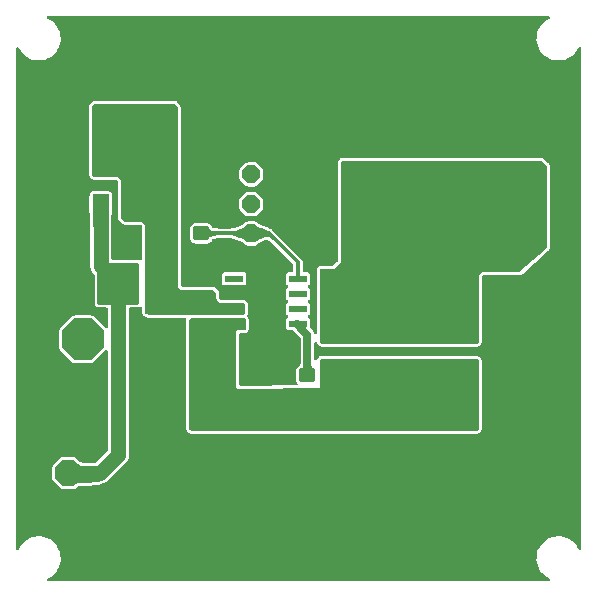
<source format=gbr>
%TF.GenerationSoftware,KiCad,Pcbnew,(6.0.2)*%
%TF.CreationDate,2022-08-10T10:43:00+08:00*%
%TF.ProjectId,TPS5430_Experiment,54505335-3433-4305-9f45-78706572696d,Sage Xiong*%
%TF.SameCoordinates,Original*%
%TF.FileFunction,Copper,L1,Top*%
%TF.FilePolarity,Positive*%
%FSLAX46Y46*%
G04 Gerber Fmt 4.6, Leading zero omitted, Abs format (unit mm)*
G04 Created by KiCad (PCBNEW (6.0.2)) date 2022-08-10 10:43:00*
%MOMM*%
%LPD*%
G01*
G04 APERTURE LIST*
G04 Aperture macros list*
%AMRoundRect*
0 Rectangle with rounded corners*
0 $1 Rounding radius*
0 $2 $3 $4 $5 $6 $7 $8 $9 X,Y pos of 4 corners*
0 Add a 4 corners polygon primitive as box body*
4,1,4,$2,$3,$4,$5,$6,$7,$8,$9,$2,$3,0*
0 Add four circle primitives for the rounded corners*
1,1,$1+$1,$2,$3*
1,1,$1+$1,$4,$5*
1,1,$1+$1,$6,$7*
1,1,$1+$1,$8,$9*
0 Add four rect primitives between the rounded corners*
20,1,$1+$1,$2,$3,$4,$5,0*
20,1,$1+$1,$4,$5,$6,$7,0*
20,1,$1+$1,$6,$7,$8,$9,0*
20,1,$1+$1,$8,$9,$2,$3,0*%
%AMFreePoly0*
4,1,21,0.304594,0.685355,0.685355,0.304595,0.685355,0.304594,0.700000,0.269239,0.700000,-0.269239,0.689644,-0.294239,0.685355,-0.304595,0.304594,-0.685355,0.269239,-0.700000,-0.269239,-0.700000,-0.294239,-0.689644,-0.304595,-0.685355,-0.685355,-0.304594,-0.700000,-0.269239,-0.700000,0.269239,-0.685355,0.304594,-0.304595,0.685355,-0.294239,0.689644,-0.269239,0.700000,0.269239,0.700000,
0.304594,0.685355,0.304594,0.685355,$1*%
%AMFreePoly1*
4,1,17,0.138909,0.285355,0.285355,0.138909,0.300000,0.103554,0.300000,-0.103554,0.285355,-0.138909,0.138909,-0.285355,0.103554,-0.300000,-0.103554,-0.300000,-0.138909,-0.285355,-0.285355,-0.138909,-0.300000,-0.103554,-0.300000,0.103554,-0.285355,0.138909,-0.138909,0.285355,-0.103554,0.300000,0.103554,0.300000,0.138909,0.285355,0.138909,0.285355,$1*%
%AMFreePoly2*
4,1,21,0.470280,1.085355,1.085355,0.470281,1.085355,0.470280,1.100000,0.434925,1.100000,-0.434925,1.089644,-0.459925,1.085355,-0.470281,0.470280,-1.085355,0.434925,-1.100000,-0.434925,-1.100000,-0.459925,-1.089644,-0.470281,-1.085355,-1.085355,-0.470280,-1.100000,-0.434925,-1.100000,0.434925,-1.085355,0.470280,-0.470281,1.085355,-0.459925,1.089644,-0.434925,1.100000,0.434925,1.100000,
0.470280,1.085355,0.470280,1.085355,$1*%
%AMFreePoly3*
4,1,13,1.735355,1.735355,1.750000,1.700000,1.750000,-1.700000,1.735355,-1.735355,1.700000,-1.750000,-1.700000,-1.750000,-1.735355,-1.735355,-1.750000,-1.700000,-1.750000,1.700000,-1.735355,1.735355,-1.700000,1.750000,1.700000,1.750000,1.735355,1.735355,1.735355,1.735355,$1*%
%AMFreePoly4*
4,1,21,0.893324,1.735355,1.485355,1.143325,1.485355,1.143324,1.500000,1.107969,1.500000,-1.107969,1.489644,-1.132969,1.485355,-1.143325,0.893324,-1.735355,0.857969,-1.750000,-0.857969,-1.750000,-0.882969,-1.739644,-0.893325,-1.735355,-1.485355,-1.143324,-1.500000,-1.107969,-1.500000,1.107969,-1.485355,1.143324,-0.893325,1.735355,-0.882969,1.739644,-0.857969,1.750000,0.857969,1.750000,
0.893324,1.735355,0.893324,1.735355,$1*%
%AMFreePoly5*
4,1,17,0.739519,1.735355,1.735355,0.739519,1.750000,0.704164,1.750000,-0.704164,1.735355,-0.739519,0.739519,-1.735355,0.704164,-1.750000,-0.704164,-1.750000,-0.739519,-1.735355,-1.735355,-0.739519,-1.750000,-0.704164,-1.750000,0.704164,-1.735355,0.739519,-0.739519,1.735355,-0.704164,1.750000,0.704164,1.750000,0.739519,1.735355,0.739519,1.735355,$1*%
%AMFreePoly6*
4,1,17,0.330276,0.747355,0.747355,0.330276,0.762000,0.294921,0.762000,-0.294921,0.747355,-0.330276,0.330276,-0.747355,0.294921,-0.762000,-0.294921,-0.762000,-0.330276,-0.747355,-0.747355,-0.330276,-0.762000,-0.294921,-0.762000,0.294921,-0.747355,0.330276,-0.330276,0.747355,-0.294921,0.762000,0.294921,0.762000,0.330276,0.747355,0.330276,0.747355,$1*%
G04 Aperture macros list end*
%TA.AperFunction,SMDPad,CuDef*%
%ADD10RoundRect,0.250000X0.475000X-0.337500X0.475000X0.337500X-0.475000X0.337500X-0.475000X-0.337500X0*%
%TD*%
%TA.AperFunction,SMDPad,CuDef*%
%ADD11RoundRect,0.250000X0.650000X-0.412500X0.650000X0.412500X-0.650000X0.412500X-0.650000X-0.412500X0*%
%TD*%
%TA.AperFunction,SMDPad,CuDef*%
%ADD12RoundRect,0.250000X-0.475000X0.337500X-0.475000X-0.337500X0.475000X-0.337500X0.475000X0.337500X0*%
%TD*%
%TA.AperFunction,ComponentPad*%
%ADD13FreePoly0,0.000000*%
%TD*%
%TA.AperFunction,SMDPad,CuDef*%
%ADD14RoundRect,0.250001X-0.462499X-0.624999X0.462499X-0.624999X0.462499X0.624999X-0.462499X0.624999X0*%
%TD*%
%TA.AperFunction,SMDPad,CuDef*%
%ADD15R,1.550000X0.600000*%
%TD*%
%TA.AperFunction,ComponentPad*%
%ADD16FreePoly1,180.000000*%
%TD*%
%TA.AperFunction,SMDPad,CuDef*%
%ADD17R,2.950000X4.500000*%
%TD*%
%TA.AperFunction,SMDPad,CuDef*%
%ADD18R,2.600000X3.100000*%
%TD*%
%TA.AperFunction,ComponentPad*%
%ADD19FreePoly0,180.000000*%
%TD*%
%TA.AperFunction,SMDPad,CuDef*%
%ADD20RoundRect,0.250000X0.450000X-0.350000X0.450000X0.350000X-0.450000X0.350000X-0.450000X-0.350000X0*%
%TD*%
%TA.AperFunction,ComponentPad*%
%ADD21FreePoly2,90.000000*%
%TD*%
%TA.AperFunction,SMDPad,CuDef*%
%ADD22RoundRect,0.250000X1.500000X0.550000X-1.500000X0.550000X-1.500000X-0.550000X1.500000X-0.550000X0*%
%TD*%
%TA.AperFunction,SMDPad,CuDef*%
%ADD23RoundRect,0.250000X-0.450000X0.350000X-0.450000X-0.350000X0.450000X-0.350000X0.450000X0.350000X0*%
%TD*%
%TA.AperFunction,SMDPad,CuDef*%
%ADD24R,3.500000X1.800000*%
%TD*%
%TA.AperFunction,ComponentPad*%
%ADD25FreePoly3,0.000000*%
%TD*%
%TA.AperFunction,ComponentPad*%
%ADD26FreePoly4,0.000000*%
%TD*%
%TA.AperFunction,ComponentPad*%
%ADD27FreePoly5,0.000000*%
%TD*%
%TA.AperFunction,SMDPad,CuDef*%
%ADD28R,5.400000X2.900000*%
%TD*%
%TA.AperFunction,ComponentPad*%
%ADD29FreePoly0,270.000000*%
%TD*%
%TA.AperFunction,ComponentPad*%
%ADD30FreePoly6,270.000000*%
%TD*%
%TA.AperFunction,Conductor*%
%ADD31C,0.304800*%
%TD*%
%TA.AperFunction,Conductor*%
%ADD32C,0.635000*%
%TD*%
%TA.AperFunction,Conductor*%
%ADD33C,1.270000*%
%TD*%
G04 APERTURE END LIST*
D10*
%TO.P,C6,1*%
%TO.N,Net-(C3-Pad1)*%
X153299998Y-91337486D03*
%TO.P,C6,2*%
%TO.N,GNDREF*%
X153299998Y-89262509D03*
%TD*%
D11*
%TO.P,C5,1*%
%TO.N,Net-(C3-Pad1)*%
X155799993Y-91612491D03*
%TO.P,C5,2*%
%TO.N,GNDREF*%
X155799993Y-88487504D03*
%TD*%
D12*
%TO.P,C4,1*%
%TO.N,Net-(C2-Pad1)*%
X132050000Y-102762507D03*
%TO.P,C4,2*%
%TO.N,GNDREF*%
X132050000Y-104837484D03*
%TD*%
D13*
%TO.P,TP3,1,1*%
%TO.N,Net-(C3-Pad1)*%
X163050000Y-96800000D03*
%TO.P,TP3,2*%
%TO.N,GNDREF*%
X165590007Y-96799998D03*
%TD*%
D14*
%TO.P,F1,1*%
%TO.N,Net-(F1-Pad1)*%
X126562500Y-94300000D03*
%TO.P,F1,2*%
%TO.N,Net-(C2-Pad1)*%
X129537500Y-94300000D03*
%TD*%
D15*
%TO.P,U1,1,BOOT*%
%TO.N,Net-(C1-Pad1)*%
X143250000Y-104455000D03*
%TO.P,U1,2,NC*%
%TO.N,unconnected-(U1-Pad2)*%
X143250000Y-103185000D03*
%TO.P,U1,3,NC*%
%TO.N,unconnected-(U1-Pad3)*%
X143250000Y-101915000D03*
%TO.P,U1,4,VSENSE*%
%TO.N,Net-(R1-Pad2)*%
X143250000Y-100645000D03*
%TO.P,U1,5,EN*%
%TO.N,unconnected-(U1-Pad5)*%
X137850000Y-100645000D03*
%TO.P,U1,6,GND*%
%TO.N,GNDREF*%
X137850000Y-101915000D03*
%TO.P,U1,7,VIN*%
%TO.N,Net-(C2-Pad1)*%
X137850000Y-103185000D03*
%TO.P,U1,8,PH*%
%TO.N,Net-(C1-Pad2)*%
X137850000Y-104455000D03*
D16*
%TO.P,U1,9,GNDPAD*%
%TO.N,GNDREF*%
X139950000Y-101850000D03*
X141150000Y-101850000D03*
X141150000Y-100750000D03*
X139950000Y-104350000D03*
X141150000Y-103150000D03*
D17*
X140550000Y-102550000D03*
D16*
X139950000Y-100750000D03*
X139950000Y-103150000D03*
D18*
X140550000Y-102550000D03*
D16*
X141150000Y-104350000D03*
%TD*%
D19*
%TO.P,TP1,1,1*%
%TO.N,Net-(C2-Pad1)*%
X127043000Y-87206000D03*
%TO.P,TP1,2*%
%TO.N,GNDREF*%
X124503007Y-87206003D03*
%TD*%
D20*
%TO.P,C2,1*%
%TO.N,Net-(C2-Pad1)*%
X135050000Y-102300000D03*
%TO.P,C2,2*%
%TO.N,GNDREF*%
X135050000Y-100300000D03*
%TD*%
D21*
%TO.P,J2,1,Pin_1*%
%TO.N,Net-(C3-Pad1)*%
X163050000Y-92090000D03*
%TO.P,J2,2,Pin_2*%
%TO.N,GNDREF*%
X163050000Y-87010000D03*
%TD*%
D22*
%TO.P,C3,1*%
%TO.N,Net-(C3-Pad1)*%
X149600000Y-95800000D03*
%TO.P,C3,2*%
%TO.N,GNDREF*%
X144000000Y-95800000D03*
%TD*%
D23*
%TO.P,C1,1*%
%TO.N,Net-(C1-Pad1)*%
X144050000Y-108800000D03*
%TO.P,C1,2*%
%TO.N,Net-(C1-Pad2)*%
X144050000Y-110800000D03*
%TD*%
D24*
%TO.P,D2,1,K*%
%TO.N,Net-(C2-Pad1)*%
X128550000Y-90800000D03*
%TO.P,D2,2,A*%
%TO.N,GNDREF*%
X123550000Y-90800000D03*
%TD*%
D21*
%TO.P,J1,1,Pin_1*%
%TO.N,Net-(F1-Pad1)*%
X123800000Y-117090000D03*
%TO.P,J1,2,Pin_2*%
%TO.N,GNDREF*%
X123800000Y-112010000D03*
%TD*%
D25*
%TO.P,J3,1*%
%TO.N,Net-(F1-Pad1)*%
X128050000Y-101050000D03*
D26*
%TO.P,J3,2*%
%TO.N,GNDREF*%
X122050000Y-101050000D03*
D27*
%TO.P,J3,3*%
%TO.N,N/C*%
X125050000Y-105750000D03*
%TD*%
D28*
%TO.P,L1,1,1*%
%TO.N,Net-(C1-Pad2)*%
X151800000Y-111750000D03*
%TO.P,L1,2,2*%
%TO.N,Net-(C3-Pad1)*%
X151800000Y-101850000D03*
%TD*%
D24*
%TO.P,D1,1,K*%
%TO.N,Net-(C1-Pad2)*%
X135800000Y-107800000D03*
%TO.P,D1,2,A*%
%TO.N,GNDREF*%
X140800000Y-107800000D03*
%TD*%
D20*
%TO.P,R1,1*%
%TO.N,Net-(R1-Pad2)*%
X135049997Y-96800012D03*
%TO.P,R1,2*%
%TO.N,GNDREF*%
X135049997Y-94800012D03*
%TD*%
D29*
%TO.P,TP2,1,1*%
%TO.N,Net-(C1-Pad2)*%
X135550000Y-112550000D03*
%TO.P,TP2,2*%
%TO.N,GNDREF*%
X135550005Y-115089998D03*
%TD*%
D30*
%TO.P,RV1,1*%
%TO.N,N/C*%
X139300011Y-91799988D03*
%TO.P,RV1,2*%
%TO.N,Net-(C3-Pad1)*%
X139300011Y-94299983D03*
%TO.P,RV1,3*%
%TO.N,Net-(R1-Pad2)*%
X139300011Y-96799978D03*
%TD*%
D31*
%TO.N,Net-(C3-Pad1)*%
X139527006Y-94299994D02*
X139300010Y-94299994D01*
D32*
%TO.N,Net-(C1-Pad1)*%
X144050000Y-105380000D02*
X144050000Y-108800000D01*
X143125000Y-104455000D02*
X144050000Y-105380000D01*
D33*
%TO.N,Net-(F1-Pad1)*%
X126510000Y-117090000D02*
X128050000Y-115550000D01*
X128050000Y-115550000D02*
X128050000Y-101050000D01*
X123800000Y-117090000D02*
X126510000Y-117090000D01*
X126562500Y-99562500D02*
X128050000Y-101050000D01*
X126562500Y-94300000D02*
X126562500Y-99562500D01*
D31*
%TO.N,Net-(R1-Pad2)*%
X140799989Y-96799989D02*
X143250000Y-99250000D01*
X139299999Y-96800000D02*
X139300010Y-96799989D01*
X135050000Y-96800000D02*
X139299999Y-96800000D01*
X139300010Y-96799989D02*
X140799989Y-96799989D01*
X143250000Y-99250000D02*
X143250000Y-100645000D01*
%TD*%
%TA.AperFunction,Conductor*%
%TO.N,Net-(C1-Pad1)*%
G36*
X144364051Y-107133427D02*
G01*
X144367478Y-107141721D01*
X144367121Y-107329042D01*
X144367142Y-107501742D01*
X144369298Y-107653129D01*
X144375326Y-107788230D01*
X144386961Y-107912076D01*
X144405939Y-108029694D01*
X144433996Y-108146113D01*
X144472868Y-108266362D01*
X144524291Y-108395471D01*
X144524361Y-108395623D01*
X144586670Y-108531220D01*
X144587011Y-108540168D01*
X144584472Y-108544215D01*
X144058433Y-109091231D01*
X144050229Y-109094819D01*
X144041567Y-109091231D01*
X143515528Y-108544215D01*
X143512263Y-108535876D01*
X143513330Y-108531220D01*
X143575638Y-108395623D01*
X143575708Y-108395471D01*
X143627131Y-108266362D01*
X143666003Y-108146113D01*
X143694060Y-108029694D01*
X143713038Y-107912076D01*
X143724673Y-107788230D01*
X143730701Y-107653129D01*
X143732857Y-107501742D01*
X143732878Y-107329042D01*
X143732522Y-107141721D01*
X143735933Y-107133443D01*
X143744222Y-107130000D01*
X144355778Y-107130000D01*
X144364051Y-107133427D01*
G37*
%TD.AperFunction*%
%TD*%
%TA.AperFunction,Conductor*%
%TO.N,Net-(F1-Pad1)*%
G36*
X124286958Y-116103956D02*
G01*
X124488949Y-116210776D01*
X124489389Y-116211022D01*
X124693987Y-116330784D01*
X124694009Y-116330813D01*
X124694016Y-116330801D01*
X124895425Y-116449451D01*
X125094737Y-116556535D01*
X125293310Y-116641752D01*
X125492502Y-116694803D01*
X125493105Y-116694835D01*
X125493107Y-116694835D01*
X125692922Y-116705350D01*
X125692925Y-116705350D01*
X125693671Y-116705389D01*
X125898174Y-116663210D01*
X126107370Y-116557966D01*
X126314413Y-116386166D01*
X126322967Y-116383520D01*
X126330156Y-116386897D01*
X127211706Y-117268447D01*
X127215133Y-117276720D01*
X127211046Y-117285604D01*
X126985363Y-117478936D01*
X126905433Y-117547408D01*
X126903743Y-117548613D01*
X126602364Y-117725499D01*
X126600356Y-117726435D01*
X126308903Y-117829885D01*
X126306971Y-117830390D01*
X126022061Y-117879334D01*
X126020631Y-117879490D01*
X125885533Y-117885804D01*
X125738981Y-117892654D01*
X125738273Y-117892666D01*
X125456805Y-117888768D01*
X125173140Y-117886650D01*
X125173128Y-117886650D01*
X125172944Y-117886649D01*
X124884076Y-117905213D01*
X124692152Y-117942811D01*
X124587720Y-117963269D01*
X124587718Y-117963270D01*
X124587241Y-117963363D01*
X124586785Y-117963536D01*
X124287120Y-118077104D01*
X124286399Y-118077377D01*
X124277449Y-118077104D01*
X124274143Y-118074869D01*
X123258769Y-117098433D01*
X123255181Y-117090229D01*
X123258769Y-117081567D01*
X123649989Y-116705350D01*
X124273378Y-116105866D01*
X124281717Y-116102601D01*
X124286958Y-116103956D01*
G37*
%TD.AperFunction*%
%TD*%
%TA.AperFunction,Conductor*%
%TO.N,Net-(F1-Pad1)*%
G36*
X126570933Y-93952519D02*
G01*
X127199572Y-94606227D01*
X127202837Y-94614566D01*
X127202638Y-94616495D01*
X127196391Y-94649791D01*
X127191748Y-94728197D01*
X127191745Y-94728350D01*
X127189364Y-94841774D01*
X127189363Y-94841842D01*
X127189363Y-94841929D01*
X127189362Y-94841972D01*
X127188779Y-94986779D01*
X127188779Y-94986831D01*
X127189539Y-95159060D01*
X127191186Y-95354740D01*
X127193262Y-95569862D01*
X127193258Y-95569871D01*
X127193262Y-95569871D01*
X127195312Y-95800478D01*
X127195312Y-95800506D01*
X127196876Y-96042651D01*
X127196876Y-96042698D01*
X127197471Y-96280771D01*
X127194065Y-96289052D01*
X127185771Y-96292500D01*
X125939229Y-96292500D01*
X125930956Y-96289073D01*
X125927529Y-96280771D01*
X125928123Y-96042745D01*
X125928123Y-96042698D01*
X125929687Y-95800534D01*
X125929687Y-95800506D01*
X125931737Y-95569871D01*
X125931741Y-95569871D01*
X125931737Y-95569862D01*
X125933813Y-95354740D01*
X125935460Y-95159060D01*
X125936220Y-94986779D01*
X125936220Y-94986732D01*
X125935637Y-94841972D01*
X125935636Y-94841929D01*
X125935636Y-94841842D01*
X125933251Y-94728197D01*
X125928608Y-94649791D01*
X125922361Y-94616493D01*
X125924203Y-94607731D01*
X125925427Y-94606227D01*
X126554067Y-93952519D01*
X126562271Y-93948931D01*
X126570933Y-93952519D01*
G37*
%TD.AperFunction*%
%TD*%
%TA.AperFunction,Conductor*%
%TO.N,Net-(R1-Pad2)*%
G36*
X135318882Y-96263634D02*
G01*
X135469510Y-96337825D01*
X135469565Y-96337852D01*
X135606477Y-96406182D01*
X135728746Y-96465306D01*
X135842864Y-96515538D01*
X135955325Y-96557187D01*
X136072621Y-96590566D01*
X136072864Y-96590614D01*
X136072868Y-96590615D01*
X136107158Y-96597391D01*
X136201243Y-96615985D01*
X136347686Y-96633756D01*
X136518440Y-96644191D01*
X136708499Y-96647405D01*
X136716712Y-96650971D01*
X136720000Y-96659103D01*
X136720000Y-96940896D01*
X136716573Y-96949169D01*
X136708498Y-96952594D01*
X136580438Y-96954760D01*
X136518443Y-96955808D01*
X136347690Y-96966242D01*
X136201249Y-96984013D01*
X136107164Y-97002607D01*
X136072874Y-97009383D01*
X136072870Y-97009384D01*
X136072627Y-97009432D01*
X135955333Y-97042811D01*
X135842873Y-97084461D01*
X135728757Y-97134694D01*
X135660244Y-97167826D01*
X135606537Y-97193798D01*
X135606520Y-97193806D01*
X135606490Y-97193821D01*
X135539732Y-97227141D01*
X135469637Y-97262127D01*
X135469582Y-97262155D01*
X135318904Y-97336379D01*
X135309968Y-97336960D01*
X135305624Y-97334316D01*
X135002568Y-97042893D01*
X134758767Y-96808450D01*
X134755179Y-96800247D01*
X134758767Y-96791585D01*
X135002433Y-96557253D01*
X135305603Y-96265697D01*
X135313940Y-96262432D01*
X135318882Y-96263634D01*
G37*
%TD.AperFunction*%
%TD*%
%TA.AperFunction,Conductor*%
%TO.N,Net-(R1-Pad2)*%
G36*
X138973787Y-96119903D02*
G01*
X139168482Y-96307121D01*
X139289796Y-96423776D01*
X139681010Y-96799967D01*
X139300014Y-97166374D01*
X139073790Y-97383936D01*
X138973827Y-97480071D01*
X138965489Y-97483336D01*
X138960501Y-97482111D01*
X138763360Y-97383936D01*
X138763207Y-97383859D01*
X138587039Y-97292880D01*
X138430694Y-97212765D01*
X138430691Y-97212763D01*
X138430647Y-97212741D01*
X138336923Y-97167988D01*
X138285638Y-97143499D01*
X138285629Y-97143495D01*
X138285474Y-97143421D01*
X138285316Y-97143356D01*
X138285309Y-97143353D01*
X138143130Y-97084967D01*
X138143129Y-97084967D01*
X138142918Y-97084880D01*
X138142700Y-97084810D01*
X138142695Y-97084808D01*
X138098390Y-97070549D01*
X137994381Y-97037076D01*
X137831261Y-96999968D01*
X137644957Y-96973513D01*
X137644761Y-96973499D01*
X137644754Y-96973498D01*
X137427036Y-96957683D01*
X137427034Y-96957683D01*
X137426870Y-96957671D01*
X137179859Y-96952634D01*
X137171659Y-96949039D01*
X137168399Y-96940936D01*
X137168399Y-96659064D01*
X137171826Y-96650791D01*
X137179859Y-96647366D01*
X137426866Y-96642328D01*
X137427030Y-96642316D01*
X137427032Y-96642316D01*
X137644748Y-96626502D01*
X137644755Y-96626501D01*
X137644951Y-96626487D01*
X137831252Y-96600033D01*
X137831487Y-96599980D01*
X137831490Y-96599979D01*
X137994108Y-96562984D01*
X137994116Y-96562982D01*
X137994370Y-96562924D01*
X138142905Y-96515120D01*
X138285458Y-96456577D01*
X138430628Y-96387255D01*
X138587015Y-96307110D01*
X138763221Y-96216102D01*
X138960463Y-96117864D01*
X138969396Y-96117243D01*
X138973787Y-96119903D01*
G37*
%TD.AperFunction*%
%TD*%
%TA.AperFunction,Conductor*%
%TO.N,Net-(R1-Pad2)*%
G36*
X139639433Y-96117555D02*
G01*
X139804936Y-96194376D01*
X139854035Y-96217166D01*
X139854115Y-96217200D01*
X139854123Y-96217204D01*
X140048116Y-96300594D01*
X140048132Y-96300601D01*
X140220795Y-96371835D01*
X140220875Y-96371869D01*
X140378161Y-96438130D01*
X140378533Y-96438294D01*
X140526836Y-96506933D01*
X140527463Y-96507246D01*
X140673147Y-96585582D01*
X140673899Y-96586024D01*
X140823440Y-96681443D01*
X140824158Y-96681940D01*
X140904614Y-96742297D01*
X140984014Y-96801862D01*
X140984622Y-96802350D01*
X141084498Y-96888239D01*
X141161203Y-96954201D01*
X141161646Y-96954603D01*
X141274320Y-97062494D01*
X141352810Y-97137651D01*
X141356415Y-97145848D01*
X141352991Y-97154375D01*
X141153595Y-97353771D01*
X141145322Y-97357198D01*
X141137692Y-97354368D01*
X140989608Y-97226974D01*
X140989604Y-97226971D01*
X140989190Y-97226615D01*
X140839692Y-97140362D01*
X140839045Y-97140167D01*
X140839041Y-97140165D01*
X140695843Y-97096948D01*
X140695842Y-97096948D01*
X140695160Y-97096742D01*
X140694450Y-97096707D01*
X140694448Y-97096707D01*
X140603960Y-97092285D01*
X140553328Y-97089810D01*
X140411930Y-97113622D01*
X140411480Y-97113775D01*
X140411479Y-97113775D01*
X140268998Y-97162132D01*
X140268995Y-97162133D01*
X140268701Y-97162233D01*
X140268425Y-97162360D01*
X140268421Y-97162361D01*
X140173247Y-97205944D01*
X140121373Y-97229699D01*
X140121263Y-97229757D01*
X140121260Y-97229758D01*
X139967683Y-97310076D01*
X139967640Y-97310099D01*
X139805477Y-97397356D01*
X139805250Y-97397475D01*
X139690304Y-97456114D01*
X139639570Y-97481996D01*
X139630644Y-97482703D01*
X139626144Y-97480007D01*
X139449442Y-97310076D01*
X139300014Y-97166374D01*
X138919012Y-96799973D01*
X139300009Y-96433597D01*
X139438312Y-96300601D01*
X139626397Y-96119734D01*
X139634736Y-96116469D01*
X139639433Y-96117555D01*
G37*
%TD.AperFunction*%
%TD*%
%TA.AperFunction,Conductor*%
%TO.N,Net-(R1-Pad2)*%
G36*
X143398969Y-99818427D02*
G01*
X143402396Y-99826704D01*
X143402368Y-99913864D01*
X143402810Y-99999453D01*
X143404531Y-100074333D01*
X143408335Y-100141070D01*
X143415028Y-100202231D01*
X143425415Y-100260383D01*
X143440300Y-100318093D01*
X143460489Y-100377927D01*
X143486787Y-100442451D01*
X143486851Y-100442590D01*
X143486860Y-100442610D01*
X143500866Y-100472880D01*
X143516642Y-100506976D01*
X143517006Y-100515922D01*
X143514457Y-100519998D01*
X143258433Y-100786231D01*
X143250229Y-100789819D01*
X143241567Y-100786231D01*
X142985544Y-100519999D01*
X142982279Y-100511660D01*
X142983358Y-100506976D01*
X143013212Y-100442451D01*
X143039510Y-100377927D01*
X143059699Y-100318093D01*
X143074584Y-100260383D01*
X143084971Y-100202231D01*
X143091664Y-100141070D01*
X143095468Y-100074333D01*
X143097189Y-99999453D01*
X143097631Y-99913864D01*
X143097604Y-99826704D01*
X143101028Y-99818429D01*
X143109304Y-99815000D01*
X143390696Y-99815000D01*
X143398969Y-99818427D01*
G37*
%TD.AperFunction*%
%TD*%
%TA.AperFunction,Conductor*%
%TO.N,Net-(C2-Pad1)*%
G36*
X132815931Y-85820002D02*
G01*
X132836905Y-85836905D01*
X133013095Y-86013095D01*
X133047121Y-86075407D01*
X133050000Y-86102190D01*
X133050000Y-101300000D01*
X133300000Y-101550000D01*
X135997810Y-101550000D01*
X136065931Y-101570002D01*
X136086905Y-101586905D01*
X136263095Y-101763095D01*
X136297121Y-101825407D01*
X136300000Y-101852190D01*
X136300000Y-102300000D01*
X136550000Y-102677000D01*
X138579584Y-102677000D01*
X138652875Y-102700509D01*
X138739294Y-102762309D01*
X138783068Y-102818203D01*
X138792000Y-102864798D01*
X138792000Y-103485202D01*
X138771998Y-103553323D01*
X138739294Y-103587691D01*
X138652875Y-103649491D01*
X138579584Y-103673000D01*
X130579317Y-103673000D01*
X130523693Y-103660057D01*
X130370376Y-103584625D01*
X130318083Y-103536605D01*
X130300000Y-103471568D01*
X130300000Y-96050000D01*
X130050000Y-95800000D01*
X128602190Y-95800000D01*
X128534069Y-95779998D01*
X128513095Y-95763095D01*
X128336905Y-95586905D01*
X128302879Y-95524593D01*
X128300000Y-95497810D01*
X128300000Y-92300000D01*
X128050000Y-92050000D01*
X126102190Y-92050000D01*
X126034069Y-92029998D01*
X126013095Y-92013095D01*
X125836905Y-91836905D01*
X125802879Y-91774593D01*
X125800000Y-91747810D01*
X125800000Y-86102190D01*
X125820002Y-86034069D01*
X125836905Y-86013095D01*
X126013095Y-85836905D01*
X126075407Y-85802879D01*
X126102190Y-85800000D01*
X132747810Y-85800000D01*
X132815931Y-85820002D01*
G37*
%TD.AperFunction*%
%TD*%
%TA.AperFunction,Conductor*%
%TO.N,Net-(C1-Pad2)*%
G36*
X138762622Y-103990002D02*
G01*
X138809115Y-104043658D01*
X138820501Y-104096000D01*
X138820501Y-104825066D01*
X138821708Y-104831134D01*
X138821708Y-104831135D01*
X138822560Y-104835416D01*
X138816234Y-104906130D01*
X138772681Y-104962198D01*
X138698982Y-104986000D01*
X138112000Y-104986000D01*
X137985000Y-105113000D01*
X137985000Y-109812000D01*
X138112000Y-109939000D01*
X138895472Y-109935069D01*
X144950152Y-109904692D01*
X144950153Y-109904692D01*
X144970000Y-109904592D01*
X144986037Y-109892900D01*
X145082360Y-109822674D01*
X145082361Y-109822673D01*
X145097000Y-109812000D01*
X145097000Y-107578190D01*
X145117002Y-107510069D01*
X145133905Y-107489095D01*
X145187095Y-107435905D01*
X145249407Y-107401879D01*
X145276190Y-107399000D01*
X158379810Y-107399000D01*
X158447931Y-107419002D01*
X158468905Y-107435905D01*
X158522095Y-107489095D01*
X158556121Y-107551407D01*
X158559000Y-107578190D01*
X158559000Y-113315810D01*
X158538998Y-113383931D01*
X158522095Y-113404905D01*
X158468905Y-113458095D01*
X158406593Y-113492121D01*
X158379810Y-113495000D01*
X134227190Y-113495000D01*
X134159069Y-113474998D01*
X134138095Y-113458095D01*
X134084905Y-113404905D01*
X134050879Y-113342593D01*
X134048000Y-113315810D01*
X134048000Y-104149190D01*
X134068002Y-104081069D01*
X134084905Y-104060095D01*
X134138095Y-104006905D01*
X134200407Y-103972879D01*
X134227190Y-103970000D01*
X138694501Y-103970000D01*
X138762622Y-103990002D01*
G37*
%TD.AperFunction*%
%TD*%
%TA.AperFunction,Conductor*%
%TO.N,Net-(C3-Pad1)*%
G36*
X163822643Y-90655002D02*
G01*
X163834994Y-90664045D01*
X164254472Y-91012212D01*
X164294115Y-91071110D01*
X164300000Y-91109167D01*
X164300000Y-97993417D01*
X164279998Y-98061538D01*
X164257710Y-98087591D01*
X162086067Y-100017940D01*
X162021864Y-100048247D01*
X162001743Y-100049765D01*
X158818191Y-100034262D01*
X158818190Y-100034262D01*
X158800077Y-100034174D01*
X158550000Y-100300000D01*
X158550018Y-100311251D01*
X158558917Y-105949694D01*
X158539022Y-106017846D01*
X158522012Y-106038988D01*
X158468905Y-106092095D01*
X158406593Y-106126121D01*
X158379810Y-106129000D01*
X145276190Y-106129000D01*
X145208069Y-106108998D01*
X145187095Y-106092095D01*
X145133905Y-106038905D01*
X145099879Y-105976593D01*
X145097000Y-105949810D01*
X145097000Y-99905000D01*
X145117002Y-99836879D01*
X145170658Y-99790386D01*
X145223000Y-99779000D01*
X146300000Y-99779000D01*
X146309860Y-99770786D01*
X146309861Y-99770786D01*
X146861082Y-99311594D01*
X146875000Y-99300000D01*
X146875000Y-90814190D01*
X146895002Y-90746069D01*
X146911905Y-90725095D01*
X146965095Y-90671905D01*
X147027407Y-90637879D01*
X147054190Y-90635000D01*
X163754522Y-90635000D01*
X163822643Y-90655002D01*
G37*
%TD.AperFunction*%
%TD*%
%TA.AperFunction,Conductor*%
%TO.N,GNDREF*%
G36*
X164526275Y-78396202D02*
G01*
X164572768Y-78449858D01*
X164582872Y-78520132D01*
X164553378Y-78584712D01*
X164516575Y-78612442D01*
X164517100Y-78613387D01*
X164281828Y-78744069D01*
X164278196Y-78746841D01*
X164071509Y-78904579D01*
X164071505Y-78904583D01*
X164067884Y-78907346D01*
X163879751Y-79099797D01*
X163877066Y-79103486D01*
X163724058Y-79313696D01*
X163724053Y-79313703D01*
X163721370Y-79317390D01*
X163596059Y-79555567D01*
X163506443Y-79809338D01*
X163505560Y-79813820D01*
X163470855Y-79989900D01*
X163454399Y-80073389D01*
X163454172Y-80077942D01*
X163454172Y-80077945D01*
X163444991Y-80262383D01*
X163441018Y-80342186D01*
X163466579Y-80610100D01*
X163530547Y-80871518D01*
X163631583Y-81120963D01*
X163767569Y-81353210D01*
X163935658Y-81563395D01*
X164132327Y-81747113D01*
X164353457Y-81900516D01*
X164594416Y-82020391D01*
X164598750Y-82021812D01*
X164598753Y-82021813D01*
X164845823Y-82102807D01*
X164845829Y-82102808D01*
X164850156Y-82104227D01*
X164854647Y-82105007D01*
X164854648Y-82105007D01*
X165111538Y-82149611D01*
X165111546Y-82149612D01*
X165115319Y-82150267D01*
X165119156Y-82150458D01*
X165198777Y-82154422D01*
X165198785Y-82154422D01*
X165200348Y-82154500D01*
X165368374Y-82154500D01*
X165370642Y-82154335D01*
X165370654Y-82154335D01*
X165501457Y-82144844D01*
X165568425Y-82139985D01*
X165572880Y-82139001D01*
X165572883Y-82139001D01*
X165826770Y-82082947D01*
X165826772Y-82082946D01*
X165831226Y-82081963D01*
X166082900Y-81986613D01*
X166318172Y-81855931D01*
X166464842Y-81743996D01*
X166528491Y-81695421D01*
X166528495Y-81695417D01*
X166532116Y-81692654D01*
X166720249Y-81500203D01*
X166827242Y-81353210D01*
X166875942Y-81286304D01*
X166875947Y-81286297D01*
X166878630Y-81282610D01*
X166986292Y-81077978D01*
X167035711Y-81027005D01*
X167104843Y-81010842D01*
X167171740Y-81034621D01*
X167215160Y-81090791D01*
X167223800Y-81136645D01*
X167223800Y-123462839D01*
X167203798Y-123530960D01*
X167150142Y-123577453D01*
X167079868Y-123587557D01*
X167015288Y-123558063D01*
X166981016Y-123510142D01*
X166970130Y-123483267D01*
X166968417Y-123479037D01*
X166832431Y-123246790D01*
X166664342Y-123036605D01*
X166467673Y-122852887D01*
X166246543Y-122699484D01*
X166005584Y-122579609D01*
X166001250Y-122578188D01*
X166001247Y-122578187D01*
X165754177Y-122497193D01*
X165754171Y-122497192D01*
X165749844Y-122495773D01*
X165745352Y-122494993D01*
X165488462Y-122450389D01*
X165488454Y-122450388D01*
X165484681Y-122449733D01*
X165474718Y-122449237D01*
X165401223Y-122445578D01*
X165401215Y-122445578D01*
X165399652Y-122445500D01*
X165231626Y-122445500D01*
X165229358Y-122445665D01*
X165229346Y-122445665D01*
X165098543Y-122455156D01*
X165031575Y-122460015D01*
X165027120Y-122460999D01*
X165027117Y-122460999D01*
X164773230Y-122517053D01*
X164773228Y-122517054D01*
X164768774Y-122518037D01*
X164517100Y-122613387D01*
X164281828Y-122744069D01*
X164278196Y-122746841D01*
X164071509Y-122904579D01*
X164071505Y-122904583D01*
X164067884Y-122907346D01*
X163879751Y-123099797D01*
X163877066Y-123103486D01*
X163724058Y-123313696D01*
X163724053Y-123313703D01*
X163721370Y-123317390D01*
X163596059Y-123555567D01*
X163506443Y-123809338D01*
X163505560Y-123813820D01*
X163470855Y-123989900D01*
X163454399Y-124073389D01*
X163454172Y-124077942D01*
X163454172Y-124077945D01*
X163444991Y-124262383D01*
X163441018Y-124342186D01*
X163466579Y-124610100D01*
X163530547Y-124871518D01*
X163631583Y-125120963D01*
X163767569Y-125353210D01*
X163935658Y-125563395D01*
X164132327Y-125747113D01*
X164353457Y-125900516D01*
X164523255Y-125984989D01*
X164575336Y-126033240D01*
X164593063Y-126101987D01*
X164570809Y-126169406D01*
X164515637Y-126214090D01*
X164467133Y-126223800D01*
X122141846Y-126223800D01*
X122073725Y-126203798D01*
X122027232Y-126150142D01*
X122017128Y-126079868D01*
X122046622Y-126015288D01*
X122083425Y-125987558D01*
X122082900Y-125986613D01*
X122314179Y-125858149D01*
X122314180Y-125858148D01*
X122318172Y-125855931D01*
X122464842Y-125743996D01*
X122528491Y-125695421D01*
X122528495Y-125695417D01*
X122532116Y-125692654D01*
X122720249Y-125500203D01*
X122827242Y-125353210D01*
X122875942Y-125286304D01*
X122875947Y-125286297D01*
X122878630Y-125282610D01*
X123003941Y-125044433D01*
X123093557Y-124790662D01*
X123118688Y-124663156D01*
X123144720Y-124531083D01*
X123144721Y-124531077D01*
X123145601Y-124526611D01*
X123154782Y-124342186D01*
X123158755Y-124262383D01*
X123158755Y-124262377D01*
X123158982Y-124257814D01*
X123133421Y-123989900D01*
X123069453Y-123728482D01*
X122968417Y-123479037D01*
X122832431Y-123246790D01*
X122664342Y-123036605D01*
X122467673Y-122852887D01*
X122246543Y-122699484D01*
X122005584Y-122579609D01*
X122001250Y-122578188D01*
X122001247Y-122578187D01*
X121754177Y-122497193D01*
X121754171Y-122497192D01*
X121749844Y-122495773D01*
X121745352Y-122494993D01*
X121488462Y-122450389D01*
X121488454Y-122450388D01*
X121484681Y-122449733D01*
X121474718Y-122449237D01*
X121401223Y-122445578D01*
X121401215Y-122445578D01*
X121399652Y-122445500D01*
X121231626Y-122445500D01*
X121229358Y-122445665D01*
X121229346Y-122445665D01*
X121098543Y-122455156D01*
X121031575Y-122460015D01*
X121027120Y-122460999D01*
X121027117Y-122460999D01*
X120773230Y-122517053D01*
X120773228Y-122517054D01*
X120768774Y-122518037D01*
X120517100Y-122613387D01*
X120281828Y-122744069D01*
X120278196Y-122746841D01*
X120071509Y-122904579D01*
X120071505Y-122904583D01*
X120067884Y-122907346D01*
X119879751Y-123099797D01*
X119877066Y-123103486D01*
X119724058Y-123313696D01*
X119724053Y-123313703D01*
X119721370Y-123317390D01*
X119634098Y-123483267D01*
X119613708Y-123522022D01*
X119564289Y-123572995D01*
X119495157Y-123589158D01*
X119428260Y-123565379D01*
X119384840Y-123509209D01*
X119376200Y-123463355D01*
X119376200Y-116655075D01*
X122436393Y-116655075D01*
X122436394Y-117524921D01*
X122456145Y-117624222D01*
X122460265Y-117634170D01*
X122471996Y-117662492D01*
X122528250Y-117746681D01*
X123143325Y-118361756D01*
X123227509Y-118418004D01*
X123237447Y-118422121D01*
X123265769Y-118433853D01*
X123271840Y-118435061D01*
X123271841Y-118435061D01*
X123316198Y-118443884D01*
X123365075Y-118453607D01*
X124234929Y-118453607D01*
X124334229Y-118433853D01*
X124360932Y-118422793D01*
X124372496Y-118418003D01*
X124456681Y-118361750D01*
X124561981Y-118256450D01*
X124606421Y-118227724D01*
X124647194Y-118212271D01*
X124667616Y-118206446D01*
X124740983Y-118192073D01*
X124908769Y-118159204D01*
X124924911Y-118157113D01*
X125175660Y-118140999D01*
X125184681Y-118140744D01*
X125286956Y-118141507D01*
X125453695Y-118142752D01*
X125454283Y-118142758D01*
X125605730Y-118144855D01*
X125734230Y-118146635D01*
X125734265Y-118146635D01*
X125734756Y-118146642D01*
X125738679Y-118146636D01*
X125742055Y-118146631D01*
X125742080Y-118146631D01*
X125742577Y-118146630D01*
X125743285Y-118146618D01*
X125743679Y-118146605D01*
X125743697Y-118146605D01*
X125750352Y-118146393D01*
X125750405Y-118146391D01*
X125750840Y-118146377D01*
X125897392Y-118139527D01*
X126031556Y-118133257D01*
X126031581Y-118133255D01*
X126032489Y-118133213D01*
X126048177Y-118131992D01*
X126049607Y-118131836D01*
X126056656Y-118130847D01*
X126064105Y-118129802D01*
X126064123Y-118129799D01*
X126065065Y-118129667D01*
X126271779Y-118094156D01*
X126348637Y-118080953D01*
X126348644Y-118080952D01*
X126349975Y-118080723D01*
X126371205Y-118076134D01*
X126373137Y-118075629D01*
X126393866Y-118069254D01*
X126395117Y-118068810D01*
X126395132Y-118068805D01*
X126568313Y-118007335D01*
X126673238Y-117970092D01*
X126689185Y-117965588D01*
X126689384Y-117965546D01*
X126695956Y-117964855D01*
X126702238Y-117962814D01*
X126702242Y-117962813D01*
X126759582Y-117944182D01*
X126765906Y-117942309D01*
X126773359Y-117940312D01*
X126830524Y-117924994D01*
X126842616Y-117918833D01*
X126860875Y-117911270D01*
X126873785Y-117907075D01*
X126931724Y-117873624D01*
X126937520Y-117870477D01*
X126997125Y-117840107D01*
X127007670Y-117831568D01*
X127023955Y-117820375D01*
X127030002Y-117816884D01*
X127030005Y-117816881D01*
X127035715Y-117813585D01*
X127040615Y-117809173D01*
X127040619Y-117809170D01*
X127085425Y-117768825D01*
X127090446Y-117764537D01*
X127103441Y-117754014D01*
X127106006Y-117751937D01*
X127120153Y-117737790D01*
X127124937Y-117733249D01*
X127169766Y-117692885D01*
X127169767Y-117692883D01*
X127174669Y-117688470D01*
X127182652Y-117677482D01*
X127195489Y-117662454D01*
X128622454Y-116235489D01*
X128637482Y-116222652D01*
X128648470Y-116214669D01*
X128693249Y-116164937D01*
X128697790Y-116160153D01*
X128711937Y-116146006D01*
X128724537Y-116130446D01*
X128728825Y-116125425D01*
X128769170Y-116080619D01*
X128769173Y-116080615D01*
X128773585Y-116075715D01*
X128776881Y-116070005D01*
X128776884Y-116070002D01*
X128780375Y-116063955D01*
X128791568Y-116047670D01*
X128795950Y-116042258D01*
X128800107Y-116037125D01*
X128830477Y-115977520D01*
X128833624Y-115971724D01*
X128836943Y-115965975D01*
X128867075Y-115913785D01*
X128871270Y-115900875D01*
X128878833Y-115882616D01*
X128884994Y-115870524D01*
X128902309Y-115805906D01*
X128904182Y-115799582D01*
X128906977Y-115790981D01*
X128924855Y-115735956D01*
X128926272Y-115722470D01*
X128929876Y-115703023D01*
X128931680Y-115696293D01*
X128931680Y-115696292D01*
X128933389Y-115689915D01*
X128936890Y-115623113D01*
X128937407Y-115616539D01*
X128939156Y-115599895D01*
X128939156Y-115599891D01*
X128939500Y-115596620D01*
X128939500Y-115576593D01*
X128939673Y-115569999D01*
X128942829Y-115509782D01*
X128942829Y-115509778D01*
X128943174Y-115503190D01*
X128941051Y-115489785D01*
X128939500Y-115470075D01*
X128939500Y-103189606D01*
X128959502Y-103121485D01*
X129013158Y-103074992D01*
X129065500Y-103063606D01*
X129749997Y-103063606D01*
X129756064Y-103062399D01*
X129756067Y-103062399D01*
X129789649Y-103055719D01*
X129849298Y-103043855D01*
X129855017Y-103041486D01*
X129855021Y-103041485D01*
X129871785Y-103034541D01*
X129942374Y-103026953D01*
X130005861Y-103058734D01*
X130042087Y-103119793D01*
X130046000Y-103150951D01*
X130046000Y-103471568D01*
X130055283Y-103539610D01*
X130056430Y-103543734D01*
X130070579Y-103594622D01*
X130073366Y-103604647D01*
X130087767Y-103643705D01*
X130146284Y-103723691D01*
X130150848Y-103727882D01*
X130180313Y-103754939D01*
X130198577Y-103771711D01*
X130202286Y-103774248D01*
X130202289Y-103774251D01*
X130239697Y-103799844D01*
X130258245Y-103812534D01*
X130335096Y-103850345D01*
X130408331Y-103886377D01*
X130408340Y-103886381D01*
X130411562Y-103887966D01*
X130466128Y-103907448D01*
X130521752Y-103920391D01*
X130525323Y-103920801D01*
X130525329Y-103920802D01*
X130545884Y-103923162D01*
X130579317Y-103927000D01*
X133681029Y-103927000D01*
X133749150Y-103947002D01*
X133795643Y-104000658D01*
X133805747Y-104070932D01*
X133804936Y-104075427D01*
X133804289Y-104077630D01*
X133803648Y-104082089D01*
X133803647Y-104082093D01*
X133801648Y-104096000D01*
X133794000Y-104149190D01*
X133794000Y-113315810D01*
X133795455Y-113342957D01*
X133798334Y-113369740D01*
X133827950Y-113464325D01*
X133861976Y-113526637D01*
X133864671Y-113530237D01*
X133902603Y-113580908D01*
X133902607Y-113580912D01*
X133905300Y-113584510D01*
X133958490Y-113637700D01*
X133959743Y-113638826D01*
X133959753Y-113638835D01*
X133961492Y-113640397D01*
X133978712Y-113655865D01*
X133999686Y-113672768D01*
X134087509Y-113718709D01*
X134093447Y-113720452D01*
X134093448Y-113720453D01*
X134111278Y-113725688D01*
X134155630Y-113738711D01*
X134160089Y-113739352D01*
X134160093Y-113739353D01*
X134184166Y-113742814D01*
X134227190Y-113749000D01*
X158379810Y-113749000D01*
X158406957Y-113747545D01*
X158408628Y-113747365D01*
X158408645Y-113747364D01*
X158422599Y-113745864D01*
X158433740Y-113744666D01*
X158528325Y-113715050D01*
X158533757Y-113712084D01*
X158533759Y-113712083D01*
X158586689Y-113683180D01*
X158586691Y-113683179D01*
X158590637Y-113681024D01*
X158624245Y-113655865D01*
X158644908Y-113640397D01*
X158644912Y-113640393D01*
X158648510Y-113637700D01*
X158701700Y-113584510D01*
X158719865Y-113564288D01*
X158736768Y-113543314D01*
X158782709Y-113455491D01*
X158802711Y-113387370D01*
X158813000Y-113315810D01*
X158813000Y-107578190D01*
X158811545Y-107551043D01*
X158808666Y-107524260D01*
X158779050Y-107429675D01*
X158772664Y-107417979D01*
X158747180Y-107371311D01*
X158747179Y-107371309D01*
X158745024Y-107367363D01*
X158717834Y-107331042D01*
X158704397Y-107313092D01*
X158704393Y-107313088D01*
X158701700Y-107309490D01*
X158648510Y-107256300D01*
X158647257Y-107255174D01*
X158647247Y-107255165D01*
X158629559Y-107239277D01*
X158628288Y-107238135D01*
X158607314Y-107221232D01*
X158519491Y-107175291D01*
X158513553Y-107173548D01*
X158513552Y-107173547D01*
X158495722Y-107168312D01*
X158451370Y-107155289D01*
X158446911Y-107154648D01*
X158446907Y-107154647D01*
X158409953Y-107149334D01*
X158379810Y-107145000D01*
X145276190Y-107145000D01*
X145249043Y-107146455D01*
X145247372Y-107146635D01*
X145247355Y-107146636D01*
X145233401Y-107148136D01*
X145222260Y-107149334D01*
X145127675Y-107178950D01*
X145122243Y-107181916D01*
X145122241Y-107181917D01*
X145069311Y-107210820D01*
X145065363Y-107212976D01*
X145061763Y-107215671D01*
X145011092Y-107253603D01*
X145011088Y-107253607D01*
X145007490Y-107256300D01*
X144954300Y-107309490D01*
X144936135Y-107329712D01*
X144919232Y-107350686D01*
X144873291Y-107438509D01*
X144871548Y-107444447D01*
X144871547Y-107444448D01*
X144868896Y-107453477D01*
X144830512Y-107513203D01*
X144765932Y-107542697D01*
X144695658Y-107532593D01*
X144642002Y-107486100D01*
X144622000Y-107417979D01*
X144622000Y-106108167D01*
X144642002Y-106040046D01*
X144695658Y-105993553D01*
X144765932Y-105983449D01*
X144830512Y-106012943D01*
X144868242Y-106070514D01*
X144876950Y-106098325D01*
X144910976Y-106160637D01*
X144913671Y-106164237D01*
X144951603Y-106214908D01*
X144951607Y-106214912D01*
X144954300Y-106218510D01*
X145007490Y-106271700D01*
X145008743Y-106272826D01*
X145008753Y-106272835D01*
X145010492Y-106274397D01*
X145027712Y-106289865D01*
X145048686Y-106306768D01*
X145136509Y-106352709D01*
X145142447Y-106354452D01*
X145142448Y-106354453D01*
X145160278Y-106359688D01*
X145204630Y-106372711D01*
X145209089Y-106373352D01*
X145209093Y-106373353D01*
X145233166Y-106376814D01*
X145276190Y-106383000D01*
X158379810Y-106383000D01*
X158406957Y-106381545D01*
X158408628Y-106381365D01*
X158408645Y-106381364D01*
X158422599Y-106379864D01*
X158433740Y-106378666D01*
X158528325Y-106349050D01*
X158533757Y-106346084D01*
X158533759Y-106346083D01*
X158586689Y-106317180D01*
X158586691Y-106317179D01*
X158590637Y-106315024D01*
X158624245Y-106289865D01*
X158644908Y-106274397D01*
X158644912Y-106274393D01*
X158648510Y-106271700D01*
X158701617Y-106218593D01*
X158719912Y-106198210D01*
X158736922Y-106177068D01*
X158782845Y-106089023D01*
X158797143Y-106040046D01*
X158801481Y-106025184D01*
X158801481Y-106025183D01*
X158802740Y-106020871D01*
X158812917Y-105949293D01*
X158812393Y-105616930D01*
X158804239Y-100450595D01*
X158824134Y-100382443D01*
X158838467Y-100364060D01*
X158871790Y-100328639D01*
X158933035Y-100292729D01*
X158964176Y-100288976D01*
X160346119Y-100295706D01*
X162000506Y-100303762D01*
X162001718Y-100303719D01*
X162001737Y-100303719D01*
X162010678Y-100303404D01*
X162020851Y-100303045D01*
X162040972Y-100301527D01*
X162046543Y-100300056D01*
X162124715Y-100279414D01*
X162124721Y-100279412D01*
X162130291Y-100277941D01*
X162194494Y-100247634D01*
X162213045Y-100235378D01*
X162251062Y-100210262D01*
X162251067Y-100210258D01*
X162254815Y-100207782D01*
X162258177Y-100204794D01*
X164424859Y-98278855D01*
X164424870Y-98278845D01*
X164426458Y-98277433D01*
X164450719Y-98252708D01*
X164473007Y-98226655D01*
X164523709Y-98133098D01*
X164543711Y-98064977D01*
X164554000Y-97993417D01*
X164554000Y-91109167D01*
X164551017Y-91070351D01*
X164545132Y-91032294D01*
X164543066Y-91020715D01*
X164504830Y-90929282D01*
X164465187Y-90870384D01*
X164416694Y-90816764D01*
X163997216Y-90468597D01*
X163985045Y-90459104D01*
X163983291Y-90457820D01*
X163977094Y-90453282D01*
X163977090Y-90453279D01*
X163972694Y-90450061D01*
X163894203Y-90411291D01*
X163826082Y-90391289D01*
X163821623Y-90390648D01*
X163821619Y-90390647D01*
X163784665Y-90385334D01*
X163754522Y-90381000D01*
X147054190Y-90381000D01*
X147027043Y-90382455D01*
X147025372Y-90382635D01*
X147025355Y-90382636D01*
X147011401Y-90384136D01*
X147000260Y-90385334D01*
X146905675Y-90414950D01*
X146900243Y-90417916D01*
X146900241Y-90417917D01*
X146847311Y-90446820D01*
X146843363Y-90448976D01*
X146839763Y-90451671D01*
X146789092Y-90489603D01*
X146789088Y-90489607D01*
X146785490Y-90492300D01*
X146732300Y-90545490D01*
X146714135Y-90565712D01*
X146697232Y-90586686D01*
X146651291Y-90674509D01*
X146631289Y-90742630D01*
X146621000Y-90814190D01*
X146621000Y-99121977D01*
X146600998Y-99190098D01*
X146575647Y-99218787D01*
X146243104Y-99495810D01*
X146177962Y-99524042D01*
X146162457Y-99525000D01*
X145223000Y-99525000D01*
X145219653Y-99525360D01*
X145219649Y-99525360D01*
X145172374Y-99530442D01*
X145172367Y-99530443D01*
X145169010Y-99530804D01*
X145165710Y-99531522D01*
X145165709Y-99531522D01*
X145118322Y-99541830D01*
X145118315Y-99541832D01*
X145116668Y-99542190D01*
X145090445Y-99549384D01*
X145049680Y-99572597D01*
X145009702Y-99595362D01*
X145009698Y-99595365D01*
X145004324Y-99598425D01*
X144988202Y-99612395D01*
X144961407Y-99635613D01*
X144950668Y-99644918D01*
X144919227Y-99677502D01*
X144873291Y-99765319D01*
X144853289Y-99833440D01*
X144843000Y-99905000D01*
X144843000Y-105166317D01*
X144822998Y-105234438D01*
X144769342Y-105280931D01*
X144699068Y-105291035D01*
X144634488Y-105261541D01*
X144600592Y-105214537D01*
X144566522Y-105132288D01*
X144566520Y-105132284D01*
X144552800Y-105099158D01*
X144552799Y-105099156D01*
X144549641Y-105091532D01*
X144497710Y-105023854D01*
X144480976Y-105002046D01*
X144480975Y-105002045D01*
X144457955Y-104972045D01*
X144434505Y-104954051D01*
X144422114Y-104943184D01*
X144316405Y-104837475D01*
X144282379Y-104775163D01*
X144279500Y-104748380D01*
X144279499Y-104136123D01*
X144279499Y-104129934D01*
X144264734Y-104055699D01*
X144255588Y-104042010D01*
X144215377Y-103981832D01*
X144208484Y-103971516D01*
X144138517Y-103924765D01*
X144092989Y-103870288D01*
X144084142Y-103799844D01*
X144114783Y-103735801D01*
X144138517Y-103715235D01*
X144198168Y-103675377D01*
X144208484Y-103668484D01*
X144264734Y-103584301D01*
X144279500Y-103510067D01*
X144279499Y-102859934D01*
X144264734Y-102785699D01*
X144255346Y-102771648D01*
X144215377Y-102711832D01*
X144208484Y-102701516D01*
X144138517Y-102654765D01*
X144092989Y-102600288D01*
X144084142Y-102529844D01*
X144114783Y-102465801D01*
X144138517Y-102445235D01*
X144154760Y-102434382D01*
X144208484Y-102398484D01*
X144264734Y-102314301D01*
X144279500Y-102240067D01*
X144279499Y-101589934D01*
X144264734Y-101515699D01*
X144208484Y-101431516D01*
X144138517Y-101384765D01*
X144092989Y-101330288D01*
X144084142Y-101259844D01*
X144114783Y-101195801D01*
X144138517Y-101175235D01*
X144198168Y-101135377D01*
X144208484Y-101128484D01*
X144264734Y-101044301D01*
X144279500Y-100970067D01*
X144279499Y-100319934D01*
X144264734Y-100245699D01*
X144252353Y-100227169D01*
X144215377Y-100171832D01*
X144208484Y-100161516D01*
X144124301Y-100105266D01*
X144050067Y-100090500D01*
X143782900Y-100090500D01*
X143714779Y-100070498D01*
X143668286Y-100016842D01*
X143656900Y-99964500D01*
X143656900Y-99185554D01*
X143649946Y-99164152D01*
X143645330Y-99144926D01*
X143643360Y-99132487D01*
X143641809Y-99122694D01*
X143631592Y-99102641D01*
X143624028Y-99084380D01*
X143620136Y-99072403D01*
X143620135Y-99072401D01*
X143617070Y-99062968D01*
X143603840Y-99044759D01*
X143593508Y-99027900D01*
X143587795Y-99016687D01*
X143583292Y-99007849D01*
X141042140Y-96466697D01*
X141022085Y-96456479D01*
X141005230Y-96446149D01*
X140995046Y-96438750D01*
X140987021Y-96432919D01*
X140977588Y-96429854D01*
X140977586Y-96429853D01*
X140965609Y-96425961D01*
X140947347Y-96418397D01*
X140936129Y-96412681D01*
X140936128Y-96412681D01*
X140927295Y-96408180D01*
X140905063Y-96404659D01*
X140885837Y-96400043D01*
X140882193Y-96398859D01*
X140864435Y-96393089D01*
X140861266Y-96393089D01*
X140818042Y-96376695D01*
X140811007Y-96372206D01*
X140810911Y-96372146D01*
X140810527Y-96371901D01*
X140802606Y-96367048D01*
X140801854Y-96366606D01*
X140793438Y-96361872D01*
X140647754Y-96283536D01*
X140641873Y-96280488D01*
X140641283Y-96280182D01*
X140641252Y-96280166D01*
X140640910Y-96279989D01*
X140640283Y-96279676D01*
X140633522Y-96276425D01*
X140517661Y-96222801D01*
X140485334Y-96207839D01*
X140485289Y-96207818D01*
X140485219Y-96207786D01*
X140485161Y-96207760D01*
X140485085Y-96207725D01*
X140483181Y-96206865D01*
X140480996Y-96205878D01*
X140480624Y-96205714D01*
X140476772Y-96204053D01*
X140462561Y-96198066D01*
X140319486Y-96137792D01*
X140321436Y-96133163D01*
X140321426Y-96133159D01*
X140319485Y-96137795D01*
X140317665Y-96137033D01*
X140147614Y-96066877D01*
X140145908Y-96066158D01*
X140139489Y-96063399D01*
X139959318Y-95985950D01*
X139956091Y-95984508D01*
X139936921Y-95975610D01*
X139900879Y-95950419D01*
X139816682Y-95866222D01*
X139732498Y-95809974D01*
X139722560Y-95805857D01*
X139694238Y-95794125D01*
X139688167Y-95792917D01*
X139688166Y-95792917D01*
X139643809Y-95784094D01*
X139594932Y-95774371D01*
X139005086Y-95774371D01*
X138905786Y-95794125D01*
X138879083Y-95805185D01*
X138867519Y-95809975D01*
X138783334Y-95866228D01*
X138686106Y-95963456D01*
X138653192Y-95987142D01*
X138649982Y-95988741D01*
X138648077Y-95989707D01*
X138646762Y-95990374D01*
X138646717Y-95990397D01*
X138646662Y-95990425D01*
X138646575Y-95990470D01*
X138470861Y-96081224D01*
X138470505Y-96081407D01*
X138440492Y-96096788D01*
X138326493Y-96155210D01*
X138319546Y-96158770D01*
X138316376Y-96160339D01*
X138185571Y-96222801D01*
X138179142Y-96225653D01*
X138140776Y-96241409D01*
X138060171Y-96274512D01*
X138050922Y-96277893D01*
X137995131Y-96295849D01*
X137932429Y-96316029D01*
X137921777Y-96318949D01*
X137790222Y-96348877D01*
X137779986Y-96350765D01*
X137622145Y-96373178D01*
X137613559Y-96374098D01*
X137468109Y-96384663D01*
X137418333Y-96388278D01*
X137411780Y-96388583D01*
X137191594Y-96393074D01*
X137189025Y-96393100D01*
X136693692Y-96393100D01*
X136691562Y-96393082D01*
X136691089Y-96393074D01*
X136531096Y-96390369D01*
X136525552Y-96390152D01*
X136374501Y-96380921D01*
X136367025Y-96380240D01*
X136308835Y-96373178D01*
X136245866Y-96365536D01*
X136236618Y-96364063D01*
X136156661Y-96348262D01*
X136156288Y-96348188D01*
X136137194Y-96344415D01*
X136127134Y-96341994D01*
X136044120Y-96318371D01*
X135984075Y-96280488D01*
X135960625Y-96241413D01*
X135947068Y-96205248D01*
X135941688Y-96198069D01*
X135941686Y-96198066D01*
X135865782Y-96096788D01*
X135860401Y-96089608D01*
X135768644Y-96020840D01*
X135751943Y-96008323D01*
X135751940Y-96008321D01*
X135744761Y-96002941D01*
X135646780Y-95966210D01*
X135616840Y-95954986D01*
X135616838Y-95954986D01*
X135609445Y-95952214D01*
X135601595Y-95951361D01*
X135601594Y-95951361D01*
X135551150Y-95945881D01*
X135551149Y-95945881D01*
X135547753Y-95945512D01*
X134552241Y-95945512D01*
X134548845Y-95945881D01*
X134548844Y-95945881D01*
X134498400Y-95951361D01*
X134498399Y-95951361D01*
X134490549Y-95952214D01*
X134483156Y-95954986D01*
X134483154Y-95954986D01*
X134453214Y-95966210D01*
X134355233Y-96002941D01*
X134348054Y-96008321D01*
X134348051Y-96008323D01*
X134331350Y-96020840D01*
X134239593Y-96089608D01*
X134234212Y-96096788D01*
X134158308Y-96198066D01*
X134158306Y-96198069D01*
X134152926Y-96205248D01*
X134102199Y-96340564D01*
X134101346Y-96348414D01*
X134101346Y-96348415D01*
X134096990Y-96388516D01*
X134095497Y-96402256D01*
X134095497Y-97197768D01*
X134095866Y-97201164D01*
X134095866Y-97201165D01*
X134101089Y-97249238D01*
X134102199Y-97259460D01*
X134104971Y-97266853D01*
X134104971Y-97266855D01*
X134111555Y-97284418D01*
X134152926Y-97394776D01*
X134158306Y-97401955D01*
X134158308Y-97401958D01*
X134224284Y-97489989D01*
X134239593Y-97510416D01*
X134246773Y-97515797D01*
X134348051Y-97591701D01*
X134348054Y-97591703D01*
X134355233Y-97597083D01*
X134408077Y-97616893D01*
X134483154Y-97645038D01*
X134483156Y-97645038D01*
X134490549Y-97647810D01*
X134498399Y-97648663D01*
X134498400Y-97648663D01*
X134548844Y-97654143D01*
X134552241Y-97654512D01*
X135547753Y-97654512D01*
X135551150Y-97654143D01*
X135601594Y-97648663D01*
X135601595Y-97648663D01*
X135609445Y-97647810D01*
X135616838Y-97645038D01*
X135616840Y-97645038D01*
X135691917Y-97616893D01*
X135744761Y-97597083D01*
X135751940Y-97591703D01*
X135751943Y-97591701D01*
X135853221Y-97515797D01*
X135860401Y-97510416D01*
X135875710Y-97489989D01*
X135941686Y-97401958D01*
X135941688Y-97401955D01*
X135947068Y-97394776D01*
X135960636Y-97358584D01*
X136003275Y-97301820D01*
X136044123Y-97281627D01*
X136127152Y-97258000D01*
X136137188Y-97255585D01*
X136156405Y-97251788D01*
X136156532Y-97251763D01*
X136195297Y-97244101D01*
X136236635Y-97235932D01*
X136245874Y-97234460D01*
X136367031Y-97219758D01*
X136374501Y-97219077D01*
X136525554Y-97209847D01*
X136531094Y-97209630D01*
X136584731Y-97208724D01*
X136584742Y-97208724D01*
X136691510Y-97206918D01*
X136693641Y-97206900D01*
X137189030Y-97206900D01*
X137191599Y-97206926D01*
X137411782Y-97211416D01*
X137418332Y-97211721D01*
X137475420Y-97215867D01*
X137613561Y-97225902D01*
X137622146Y-97226822D01*
X137780006Y-97249238D01*
X137790241Y-97251126D01*
X137921782Y-97281050D01*
X137932428Y-97283968D01*
X138020576Y-97312337D01*
X138050939Y-97322109D01*
X138060201Y-97325495D01*
X138179171Y-97374350D01*
X138185600Y-97377202D01*
X138196325Y-97382323D01*
X138227472Y-97397196D01*
X138227527Y-97397223D01*
X138316385Y-97439652D01*
X138319544Y-97441215D01*
X138470893Y-97518770D01*
X138646658Y-97609541D01*
X138649022Y-97610746D01*
X138649175Y-97610823D01*
X138650133Y-97611303D01*
X138653210Y-97612835D01*
X138686130Y-97636525D01*
X138783336Y-97733731D01*
X138867519Y-97789981D01*
X138879083Y-97794771D01*
X138905786Y-97805831D01*
X138911849Y-97807037D01*
X138911852Y-97807038D01*
X138999092Y-97824392D01*
X138999094Y-97824392D01*
X139005090Y-97825585D01*
X139296388Y-97826261D01*
X139588824Y-97825599D01*
X139588826Y-97825599D01*
X139594937Y-97825585D01*
X139600927Y-97824393D01*
X139600931Y-97824393D01*
X139688171Y-97807038D01*
X139688172Y-97807038D01*
X139694238Y-97805831D01*
X139722560Y-97794099D01*
X139732498Y-97789982D01*
X139737641Y-97786546D01*
X139737644Y-97786544D01*
X139811542Y-97737167D01*
X139811546Y-97737164D01*
X139816688Y-97733728D01*
X139920431Y-97629985D01*
X139949822Y-97608123D01*
X140086038Y-97534828D01*
X140087349Y-97534133D01*
X140230266Y-97459389D01*
X140236163Y-97456499D01*
X140279000Y-97436882D01*
X140356777Y-97401265D01*
X140368738Y-97396511D01*
X140373850Y-97394776D01*
X140464658Y-97363957D01*
X140484216Y-97359025D01*
X140554943Y-97347115D01*
X140582006Y-97345516D01*
X140589849Y-97345898D01*
X140591559Y-97345982D01*
X140591562Y-97345982D01*
X140636177Y-97348162D01*
X140666425Y-97353385D01*
X140724247Y-97370836D01*
X140750808Y-97382323D01*
X140831367Y-97428801D01*
X140850573Y-97442421D01*
X140935866Y-97515797D01*
X140964420Y-97540362D01*
X140971342Y-97546785D01*
X142806195Y-99381638D01*
X142840221Y-99443950D01*
X142843100Y-99470733D01*
X142843100Y-99964501D01*
X142823098Y-100032622D01*
X142769442Y-100079115D01*
X142717100Y-100090501D01*
X142449934Y-100090501D01*
X142414182Y-100097612D01*
X142387874Y-100102844D01*
X142387872Y-100102845D01*
X142375699Y-100105266D01*
X142365379Y-100112161D01*
X142365378Y-100112162D01*
X142304985Y-100152516D01*
X142291516Y-100161516D01*
X142284623Y-100171832D01*
X142247648Y-100227169D01*
X142235266Y-100245699D01*
X142220500Y-100319933D01*
X142220501Y-100970066D01*
X142235266Y-101044301D01*
X142291516Y-101128484D01*
X142301832Y-101135377D01*
X142361483Y-101175235D01*
X142407011Y-101229712D01*
X142415858Y-101300156D01*
X142385217Y-101364199D01*
X142361483Y-101384765D01*
X142291516Y-101431516D01*
X142235266Y-101515699D01*
X142220500Y-101589933D01*
X142220501Y-102240066D01*
X142235266Y-102314301D01*
X142291516Y-102398484D01*
X142345241Y-102434382D01*
X142361483Y-102445235D01*
X142407011Y-102499712D01*
X142415858Y-102570156D01*
X142385217Y-102634199D01*
X142361483Y-102654765D01*
X142291516Y-102701516D01*
X142235266Y-102785699D01*
X142220500Y-102859933D01*
X142220501Y-103510066D01*
X142225533Y-103535365D01*
X142230649Y-103561086D01*
X142235266Y-103584301D01*
X142242161Y-103594620D01*
X142242162Y-103594622D01*
X142248861Y-103604647D01*
X142291516Y-103668484D01*
X142301832Y-103675377D01*
X142361483Y-103715235D01*
X142407011Y-103769712D01*
X142415858Y-103840156D01*
X142385217Y-103904199D01*
X142361483Y-103924765D01*
X142291516Y-103971516D01*
X142235266Y-104055699D01*
X142220500Y-104129933D01*
X142220501Y-104780066D01*
X142226990Y-104812692D01*
X142231101Y-104833358D01*
X142235266Y-104854301D01*
X142242161Y-104864621D01*
X142242162Y-104864622D01*
X142282516Y-104925015D01*
X142291516Y-104938484D01*
X142375699Y-104994734D01*
X142449933Y-105009500D01*
X142818380Y-105009500D01*
X142886501Y-105029502D01*
X142907475Y-105046405D01*
X143441095Y-105580025D01*
X143475121Y-105642337D01*
X143478000Y-105669120D01*
X143478000Y-107559230D01*
X143477987Y-107561025D01*
X143476809Y-107643709D01*
X143476697Y-107647530D01*
X143471340Y-107767605D01*
X143470913Y-107773774D01*
X143461331Y-107875769D01*
X143460274Y-107884058D01*
X143458275Y-107896445D01*
X143427675Y-107960509D01*
X143378113Y-107994353D01*
X143355236Y-108002929D01*
X143348057Y-108008309D01*
X143348054Y-108008311D01*
X143260023Y-108074287D01*
X143239596Y-108089596D01*
X143234215Y-108096776D01*
X143158311Y-108198054D01*
X143158309Y-108198057D01*
X143152929Y-108205236D01*
X143102202Y-108340552D01*
X143095500Y-108402244D01*
X143095500Y-109197756D01*
X143102202Y-109259448D01*
X143152929Y-109394764D01*
X143158309Y-109401943D01*
X143158311Y-109401946D01*
X143200626Y-109458406D01*
X143225474Y-109524912D01*
X143210421Y-109594295D01*
X143160247Y-109644525D01*
X143100433Y-109659969D01*
X138894198Y-109681072D01*
X138365631Y-109683724D01*
X138297412Y-109664064D01*
X138250650Y-109610643D01*
X138239000Y-109557726D01*
X138239000Y-105366000D01*
X138259002Y-105297879D01*
X138312658Y-105251386D01*
X138365000Y-105240000D01*
X138698982Y-105240000D01*
X138703845Y-105239234D01*
X138703847Y-105239234D01*
X138772180Y-105228473D01*
X138777044Y-105227707D01*
X138850743Y-105203905D01*
X138898375Y-105182917D01*
X138956802Y-105132288D01*
X138968594Y-105122070D01*
X138968596Y-105122067D01*
X138973273Y-105118015D01*
X138977069Y-105113128D01*
X138977072Y-105113125D01*
X139015095Y-105064175D01*
X139016826Y-105061947D01*
X139041305Y-105023854D01*
X139045520Y-105009500D01*
X139067480Y-104934702D01*
X139069224Y-104928762D01*
X139070169Y-104918208D01*
X139075149Y-104862529D01*
X139075550Y-104858048D01*
X139074749Y-104843130D01*
X139075616Y-104832355D01*
X139075556Y-104831135D01*
X139075708Y-104831135D01*
X139075708Y-104831134D01*
X139075108Y-104825041D01*
X139074501Y-104812692D01*
X139074501Y-104096000D01*
X139071806Y-104070932D01*
X139069059Y-104045374D01*
X139069058Y-104045367D01*
X139068697Y-104042010D01*
X139057311Y-103989668D01*
X139050117Y-103963445D01*
X139014274Y-103900501D01*
X139004139Y-103882702D01*
X139004136Y-103882698D01*
X139001076Y-103877324D01*
X138994980Y-103870288D01*
X138983695Y-103857265D01*
X138954202Y-103792684D01*
X138964307Y-103722410D01*
X138969790Y-103712709D01*
X138969773Y-103712700D01*
X139012842Y-103630363D01*
X139015709Y-103624883D01*
X139035711Y-103556762D01*
X139038788Y-103535365D01*
X139045358Y-103489665D01*
X139046000Y-103485202D01*
X139046000Y-102864798D01*
X139041458Y-102816978D01*
X139032526Y-102770383D01*
X139027751Y-102750040D01*
X139003223Y-102701516D01*
X138985831Y-102667111D01*
X138985830Y-102667110D01*
X138983041Y-102661592D01*
X138939267Y-102605698D01*
X138887043Y-102555702D01*
X138800624Y-102493902D01*
X138796262Y-102491710D01*
X138796258Y-102491708D01*
X138734826Y-102460843D01*
X138734825Y-102460842D01*
X138730455Y-102458647D01*
X138657164Y-102435138D01*
X138652335Y-102434382D01*
X138652333Y-102434382D01*
X138584412Y-102423755D01*
X138584407Y-102423755D01*
X138579584Y-102423000D01*
X136753970Y-102423000D01*
X136685849Y-102402998D01*
X136648961Y-102366635D01*
X136574991Y-102255089D01*
X136554000Y-102185454D01*
X136554000Y-101852190D01*
X136552545Y-101825043D01*
X136549666Y-101798260D01*
X136520050Y-101703675D01*
X136486024Y-101641363D01*
X136481735Y-101635634D01*
X136445397Y-101587092D01*
X136445393Y-101587088D01*
X136442700Y-101583490D01*
X136266510Y-101407300D01*
X136265257Y-101406174D01*
X136265247Y-101406165D01*
X136247559Y-101390277D01*
X136246288Y-101389135D01*
X136225314Y-101372232D01*
X136137491Y-101326291D01*
X136131553Y-101324548D01*
X136131552Y-101324547D01*
X136113722Y-101319312D01*
X136069370Y-101306289D01*
X136064911Y-101305648D01*
X136064907Y-101305647D01*
X136026715Y-101300156D01*
X135997810Y-101296000D01*
X133457400Y-101296000D01*
X133389279Y-101275998D01*
X133368305Y-101259095D01*
X133340905Y-101231695D01*
X133306879Y-101169383D01*
X133304000Y-101142600D01*
X133304000Y-100319933D01*
X136820500Y-100319933D01*
X136820501Y-100970066D01*
X136835266Y-101044301D01*
X136891516Y-101128484D01*
X136975699Y-101184734D01*
X137049933Y-101199500D01*
X137849870Y-101199500D01*
X138650066Y-101199499D01*
X138685818Y-101192388D01*
X138712126Y-101187156D01*
X138712128Y-101187155D01*
X138724301Y-101184734D01*
X138734621Y-101177839D01*
X138734622Y-101177838D01*
X138798168Y-101135377D01*
X138808484Y-101128484D01*
X138864734Y-101044301D01*
X138879500Y-100970067D01*
X138879499Y-100319934D01*
X138864734Y-100245699D01*
X138852353Y-100227169D01*
X138815377Y-100171832D01*
X138808484Y-100161516D01*
X138724301Y-100105266D01*
X138650067Y-100090500D01*
X137850130Y-100090500D01*
X137049934Y-100090501D01*
X137014182Y-100097612D01*
X136987874Y-100102844D01*
X136987872Y-100102845D01*
X136975699Y-100105266D01*
X136965379Y-100112161D01*
X136965378Y-100112162D01*
X136904985Y-100152516D01*
X136891516Y-100161516D01*
X136884623Y-100171832D01*
X136847648Y-100227169D01*
X136835266Y-100245699D01*
X136820500Y-100319933D01*
X133304000Y-100319933D01*
X133304000Y-94594909D01*
X138274404Y-94594909D01*
X138294158Y-94694210D01*
X138305890Y-94722532D01*
X138310007Y-94732470D01*
X138366261Y-94816660D01*
X138783336Y-95233736D01*
X138788477Y-95237171D01*
X138788478Y-95237172D01*
X138862369Y-95286545D01*
X138867519Y-95289986D01*
X138879083Y-95294776D01*
X138905786Y-95305836D01*
X138911849Y-95307042D01*
X138911852Y-95307043D01*
X138999092Y-95324397D01*
X138999094Y-95324397D01*
X139005090Y-95325590D01*
X139296388Y-95326266D01*
X139588824Y-95325604D01*
X139588826Y-95325604D01*
X139594937Y-95325590D01*
X139600927Y-95324398D01*
X139600931Y-95324398D01*
X139688171Y-95307043D01*
X139688172Y-95307043D01*
X139694238Y-95305836D01*
X139722560Y-95294104D01*
X139732498Y-95289987D01*
X139737641Y-95286551D01*
X139737644Y-95286549D01*
X139811540Y-95237173D01*
X139811541Y-95237172D01*
X139816688Y-95233733D01*
X140233764Y-94816658D01*
X140237203Y-94811512D01*
X140286573Y-94737625D01*
X140286574Y-94737624D01*
X140290014Y-94732475D01*
X140294804Y-94720911D01*
X140305864Y-94694208D01*
X140307070Y-94688145D01*
X140307071Y-94688142D01*
X140324412Y-94600969D01*
X140324412Y-94600964D01*
X140325618Y-94594904D01*
X140325618Y-94005058D01*
X140305864Y-93905758D01*
X140294804Y-93879055D01*
X140290014Y-93867491D01*
X140233761Y-93783306D01*
X139816682Y-93366227D01*
X139732498Y-93309979D01*
X139722560Y-93305862D01*
X139694238Y-93294130D01*
X139688167Y-93292922D01*
X139688166Y-93292922D01*
X139643809Y-93284099D01*
X139594932Y-93274376D01*
X139005086Y-93274376D01*
X138905786Y-93294130D01*
X138879083Y-93305190D01*
X138867519Y-93309980D01*
X138783334Y-93366233D01*
X138366255Y-93783312D01*
X138310007Y-93867496D01*
X138305890Y-93877434D01*
X138294158Y-93905756D01*
X138274404Y-94005062D01*
X138274404Y-94594909D01*
X133304000Y-94594909D01*
X133304000Y-92094914D01*
X138274404Y-92094914D01*
X138294158Y-92194215D01*
X138305890Y-92222537D01*
X138310007Y-92232475D01*
X138313443Y-92237618D01*
X138313445Y-92237621D01*
X138362821Y-92311517D01*
X138366261Y-92316665D01*
X138783336Y-92733741D01*
X138788477Y-92737176D01*
X138788478Y-92737177D01*
X138862369Y-92786550D01*
X138867519Y-92789991D01*
X138879083Y-92794781D01*
X138905786Y-92805841D01*
X138911849Y-92807047D01*
X138911852Y-92807048D01*
X138999092Y-92824402D01*
X138999094Y-92824402D01*
X139005090Y-92825595D01*
X139296388Y-92826271D01*
X139588824Y-92825609D01*
X139588826Y-92825609D01*
X139594937Y-92825595D01*
X139600927Y-92824403D01*
X139600931Y-92824403D01*
X139688171Y-92807048D01*
X139688172Y-92807048D01*
X139694238Y-92805841D01*
X139722560Y-92794109D01*
X139732498Y-92789992D01*
X139737641Y-92786556D01*
X139737644Y-92786554D01*
X139811540Y-92737178D01*
X139811541Y-92737177D01*
X139816688Y-92733738D01*
X140233764Y-92316663D01*
X140237203Y-92311517D01*
X140286573Y-92237630D01*
X140286574Y-92237629D01*
X140290014Y-92232480D01*
X140294804Y-92220916D01*
X140305864Y-92194213D01*
X140307070Y-92188150D01*
X140307071Y-92188147D01*
X140324412Y-92100974D01*
X140324412Y-92100969D01*
X140325618Y-92094909D01*
X140325618Y-91505063D01*
X140305864Y-91405763D01*
X140294804Y-91379060D01*
X140290014Y-91367496D01*
X140233761Y-91283311D01*
X139816682Y-90866232D01*
X139732498Y-90809984D01*
X139722560Y-90805867D01*
X139694238Y-90794135D01*
X139688167Y-90792927D01*
X139688166Y-90792927D01*
X139643809Y-90784104D01*
X139594932Y-90774381D01*
X139005086Y-90774381D01*
X138905786Y-90794135D01*
X138879083Y-90805195D01*
X138867519Y-90809985D01*
X138783334Y-90866238D01*
X138366255Y-91283317D01*
X138310007Y-91367501D01*
X138305890Y-91377439D01*
X138294158Y-91405761D01*
X138274404Y-91505067D01*
X138274404Y-92094914D01*
X133304000Y-92094914D01*
X133304000Y-86102190D01*
X133302545Y-86075043D01*
X133299666Y-86048260D01*
X133270050Y-85953675D01*
X133236024Y-85891363D01*
X133208834Y-85855042D01*
X133195397Y-85837092D01*
X133195393Y-85837088D01*
X133192700Y-85833490D01*
X133016510Y-85657300D01*
X133015257Y-85656174D01*
X133015247Y-85656165D01*
X132997559Y-85640277D01*
X132996288Y-85639135D01*
X132975314Y-85622232D01*
X132887491Y-85576291D01*
X132881553Y-85574548D01*
X132881552Y-85574547D01*
X132863722Y-85569312D01*
X132819370Y-85556289D01*
X132814911Y-85555648D01*
X132814907Y-85555647D01*
X132777953Y-85550334D01*
X132747810Y-85546000D01*
X126102190Y-85546000D01*
X126075043Y-85547455D01*
X126073372Y-85547635D01*
X126073355Y-85547636D01*
X126059401Y-85549136D01*
X126048260Y-85550334D01*
X125953675Y-85579950D01*
X125948243Y-85582916D01*
X125948241Y-85582917D01*
X125895311Y-85611820D01*
X125891363Y-85613976D01*
X125887763Y-85616671D01*
X125837092Y-85654603D01*
X125837088Y-85654607D01*
X125833490Y-85657300D01*
X125657300Y-85833490D01*
X125639135Y-85853712D01*
X125622232Y-85874686D01*
X125576291Y-85962509D01*
X125556289Y-86030630D01*
X125546000Y-86102190D01*
X125546000Y-91747810D01*
X125547455Y-91774957D01*
X125550334Y-91801740D01*
X125579950Y-91896325D01*
X125613976Y-91958637D01*
X125616671Y-91962237D01*
X125654603Y-92012908D01*
X125654607Y-92012912D01*
X125657300Y-92016510D01*
X125833490Y-92192700D01*
X125834743Y-92193826D01*
X125834753Y-92193835D01*
X125841542Y-92199933D01*
X125853712Y-92210865D01*
X125874686Y-92227768D01*
X125962509Y-92273709D01*
X125968447Y-92275452D01*
X125968448Y-92275453D01*
X125986278Y-92280688D01*
X126030630Y-92293711D01*
X126035089Y-92294352D01*
X126035093Y-92294353D01*
X126066410Y-92298855D01*
X126102190Y-92304000D01*
X127892600Y-92304000D01*
X127960721Y-92324002D01*
X127981695Y-92340905D01*
X128009095Y-92368305D01*
X128043121Y-92430617D01*
X128046000Y-92457400D01*
X128046000Y-95497810D01*
X128047455Y-95524957D01*
X128050334Y-95551740D01*
X128079950Y-95646325D01*
X128113976Y-95708637D01*
X128116671Y-95712237D01*
X128154603Y-95762908D01*
X128154607Y-95762912D01*
X128157300Y-95766510D01*
X128333490Y-95942700D01*
X128334743Y-95943826D01*
X128334753Y-95943835D01*
X128336620Y-95945512D01*
X128353712Y-95960865D01*
X128374686Y-95977768D01*
X128462509Y-96023709D01*
X128468447Y-96025452D01*
X128468448Y-96025453D01*
X128486278Y-96030688D01*
X128530630Y-96043711D01*
X128535089Y-96044352D01*
X128535093Y-96044353D01*
X128566410Y-96048855D01*
X128602190Y-96054000D01*
X129892600Y-96054000D01*
X129960721Y-96074002D01*
X129981695Y-96090905D01*
X130009095Y-96118305D01*
X130043121Y-96180617D01*
X130046000Y-96207400D01*
X130046000Y-98949049D01*
X130025998Y-99017170D01*
X129972342Y-99063663D01*
X129902068Y-99073767D01*
X129871785Y-99065459D01*
X129859247Y-99060266D01*
X129859245Y-99060265D01*
X129849297Y-99056145D01*
X129843230Y-99054938D01*
X129843226Y-99054937D01*
X129783561Y-99043069D01*
X129750004Y-99036394D01*
X127578000Y-99036394D01*
X127509879Y-99016392D01*
X127463386Y-98962736D01*
X127452000Y-98910394D01*
X127452000Y-95236009D01*
X127467328Y-95176093D01*
X127472071Y-95169764D01*
X127522798Y-95034447D01*
X127529500Y-94972755D01*
X127529499Y-93627246D01*
X127522798Y-93565553D01*
X127472071Y-93430236D01*
X127466691Y-93423057D01*
X127466689Y-93423054D01*
X127390785Y-93321776D01*
X127385404Y-93314596D01*
X127333349Y-93275583D01*
X127276946Y-93233311D01*
X127276943Y-93233309D01*
X127269764Y-93227929D01*
X127228442Y-93212438D01*
X127141842Y-93179974D01*
X127141841Y-93179974D01*
X127134447Y-93177202D01*
X127126597Y-93176349D01*
X127126596Y-93176349D01*
X127076152Y-93170869D01*
X127076151Y-93170869D01*
X127072755Y-93170500D01*
X126562575Y-93170500D01*
X126052246Y-93170501D01*
X126048852Y-93170870D01*
X126048846Y-93170870D01*
X125998411Y-93176348D01*
X125998407Y-93176349D01*
X125990553Y-93177202D01*
X125855236Y-93227929D01*
X125848057Y-93233309D01*
X125848054Y-93233311D01*
X125791651Y-93275583D01*
X125739596Y-93314596D01*
X125734215Y-93321776D01*
X125658311Y-93423054D01*
X125658309Y-93423057D01*
X125652929Y-93430236D01*
X125602202Y-93565553D01*
X125595500Y-93627245D01*
X125595501Y-94972754D01*
X125602202Y-95034447D01*
X125652929Y-95169764D01*
X125657672Y-95176093D01*
X125673000Y-95236009D01*
X125673000Y-99482575D01*
X125671449Y-99502285D01*
X125669326Y-99515690D01*
X125669671Y-99522278D01*
X125669671Y-99522282D01*
X125672827Y-99582499D01*
X125673000Y-99589093D01*
X125673000Y-99609120D01*
X125673344Y-99612391D01*
X125673344Y-99612395D01*
X125675093Y-99629039D01*
X125675610Y-99635613D01*
X125677466Y-99671020D01*
X125679111Y-99702415D01*
X125680820Y-99708792D01*
X125680820Y-99708793D01*
X125682624Y-99715523D01*
X125686228Y-99734970D01*
X125687645Y-99748456D01*
X125689687Y-99754740D01*
X125708318Y-99812082D01*
X125710191Y-99818406D01*
X125727506Y-99883024D01*
X125733667Y-99895116D01*
X125741230Y-99913375D01*
X125745425Y-99926285D01*
X125767489Y-99964501D01*
X125778876Y-99984224D01*
X125782023Y-99990020D01*
X125812393Y-100049625D01*
X125816550Y-100054758D01*
X125820932Y-100060170D01*
X125832125Y-100076455D01*
X125835616Y-100082502D01*
X125835619Y-100082505D01*
X125838915Y-100088215D01*
X125843327Y-100093115D01*
X125843330Y-100093119D01*
X125883675Y-100137925D01*
X125887963Y-100142946D01*
X125900563Y-100158506D01*
X125914710Y-100172653D01*
X125919251Y-100177437D01*
X125964030Y-100227169D01*
X125975018Y-100235152D01*
X125990046Y-100247989D01*
X125999489Y-100257432D01*
X126033515Y-100319744D01*
X126036394Y-100346527D01*
X126036394Y-102749996D01*
X126037601Y-102756063D01*
X126037601Y-102756066D01*
X126045917Y-102797874D01*
X126056145Y-102849297D01*
X126060265Y-102859245D01*
X126071996Y-102887567D01*
X126128249Y-102971756D01*
X126138567Y-102978650D01*
X126138569Y-102978652D01*
X126172198Y-103001121D01*
X126212433Y-103028004D01*
X126250702Y-103043855D01*
X126256769Y-103045062D01*
X126256773Y-103045063D01*
X126315763Y-103056796D01*
X126349996Y-103063606D01*
X127034500Y-103063606D01*
X127102621Y-103083608D01*
X127149114Y-103137264D01*
X127160500Y-103189606D01*
X127160500Y-104708640D01*
X127140498Y-104776761D01*
X127086842Y-104823254D01*
X127016568Y-104833358D01*
X126951988Y-104803864D01*
X126945419Y-104797749D01*
X125975918Y-103828247D01*
X125891735Y-103771997D01*
X125880171Y-103767207D01*
X125853468Y-103756147D01*
X125847405Y-103754941D01*
X125847402Y-103754940D01*
X125760229Y-103737599D01*
X125760224Y-103737599D01*
X125754164Y-103736393D01*
X124345832Y-103736393D01*
X124246532Y-103756147D01*
X124219829Y-103767207D01*
X124208265Y-103771997D01*
X124124080Y-103828250D01*
X123128244Y-104824086D01*
X123124804Y-104829235D01*
X123124802Y-104829237D01*
X123075995Y-104902285D01*
X123071996Y-104908270D01*
X123067879Y-104918208D01*
X123056147Y-104946530D01*
X123054939Y-104952601D01*
X123054939Y-104952602D01*
X123049769Y-104978591D01*
X123036393Y-105045836D01*
X123036393Y-106454168D01*
X123056147Y-106553468D01*
X123067207Y-106580171D01*
X123071997Y-106591735D01*
X123128250Y-106675920D01*
X124124086Y-107671756D01*
X124208270Y-107728004D01*
X124218208Y-107732121D01*
X124246530Y-107743853D01*
X124252601Y-107745061D01*
X124252602Y-107745061D01*
X124296959Y-107753884D01*
X124345836Y-107763607D01*
X125754169Y-107763607D01*
X125760230Y-107762401D01*
X125760233Y-107762401D01*
X125847403Y-107745060D01*
X125847404Y-107745060D01*
X125853470Y-107743853D01*
X125881792Y-107732121D01*
X125891730Y-107728004D01*
X125896873Y-107724568D01*
X125896876Y-107724566D01*
X125970774Y-107675189D01*
X125970778Y-107675186D01*
X125975920Y-107671750D01*
X126945407Y-106702264D01*
X127007717Y-106668240D01*
X127078533Y-106673305D01*
X127135368Y-106715852D01*
X127160179Y-106782372D01*
X127160500Y-106791361D01*
X127160500Y-115129367D01*
X127140498Y-115197488D01*
X127123595Y-115218462D01*
X126178462Y-116163595D01*
X126116150Y-116197621D01*
X126089367Y-116200500D01*
X125007606Y-116200500D01*
X124943652Y-116183063D01*
X124822940Y-116111952D01*
X124823217Y-116111481D01*
X124822576Y-116111105D01*
X124822300Y-116111577D01*
X124661937Y-116017708D01*
X124636494Y-115998063D01*
X124456676Y-115818245D01*
X124433434Y-115802715D01*
X124377640Y-115765436D01*
X124372492Y-115761996D01*
X124344170Y-115750265D01*
X124334222Y-115746145D01*
X124234920Y-115726394D01*
X123806793Y-115725890D01*
X123365078Y-115726394D01*
X123265777Y-115746145D01*
X123237455Y-115757876D01*
X123227509Y-115761996D01*
X123222369Y-115765430D01*
X123222366Y-115765432D01*
X123148467Y-115814810D01*
X123143319Y-115818250D01*
X122528247Y-116433321D01*
X122471997Y-116517504D01*
X122467207Y-116529068D01*
X122456147Y-116555771D01*
X122436393Y-116655075D01*
X119376200Y-116655075D01*
X119376200Y-81137161D01*
X119396202Y-81069040D01*
X119449858Y-81022547D01*
X119520132Y-81012443D01*
X119584712Y-81041937D01*
X119618984Y-81089858D01*
X119631583Y-81120963D01*
X119767569Y-81353210D01*
X119935658Y-81563395D01*
X120132327Y-81747113D01*
X120353457Y-81900516D01*
X120594416Y-82020391D01*
X120598750Y-82021812D01*
X120598753Y-82021813D01*
X120845823Y-82102807D01*
X120845829Y-82102808D01*
X120850156Y-82104227D01*
X120854647Y-82105007D01*
X120854648Y-82105007D01*
X121111538Y-82149611D01*
X121111546Y-82149612D01*
X121115319Y-82150267D01*
X121119156Y-82150458D01*
X121198777Y-82154422D01*
X121198785Y-82154422D01*
X121200348Y-82154500D01*
X121368374Y-82154500D01*
X121370642Y-82154335D01*
X121370654Y-82154335D01*
X121501457Y-82144844D01*
X121568425Y-82139985D01*
X121572880Y-82139001D01*
X121572883Y-82139001D01*
X121826770Y-82082947D01*
X121826772Y-82082946D01*
X121831226Y-82081963D01*
X122082900Y-81986613D01*
X122318172Y-81855931D01*
X122464842Y-81743996D01*
X122528491Y-81695421D01*
X122528495Y-81695417D01*
X122532116Y-81692654D01*
X122720249Y-81500203D01*
X122827242Y-81353210D01*
X122875942Y-81286304D01*
X122875947Y-81286297D01*
X122878630Y-81282610D01*
X123003941Y-81044433D01*
X123093557Y-80790662D01*
X123118688Y-80663156D01*
X123144720Y-80531083D01*
X123144721Y-80531077D01*
X123145601Y-80526611D01*
X123154782Y-80342186D01*
X123158755Y-80262383D01*
X123158755Y-80262377D01*
X123158982Y-80257814D01*
X123133421Y-79989900D01*
X123069453Y-79728482D01*
X122968417Y-79479037D01*
X122832431Y-79246790D01*
X122664342Y-79036605D01*
X122467673Y-78852887D01*
X122246543Y-78699484D01*
X122076745Y-78615011D01*
X122024664Y-78566760D01*
X122006937Y-78498013D01*
X122029191Y-78430594D01*
X122084363Y-78385910D01*
X122132867Y-78376200D01*
X164458154Y-78376200D01*
X164526275Y-78396202D01*
G37*
%TD.AperFunction*%
%TD*%
M02*

</source>
